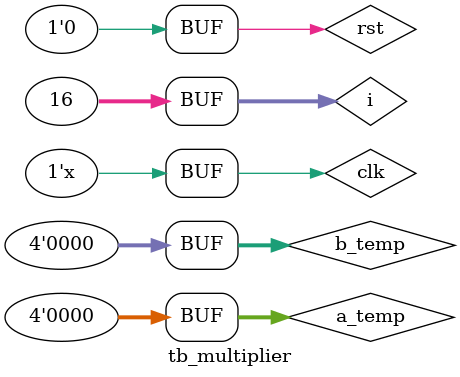
<source format=v>
`timescale 1 ns / 100 ps

module tb_multiplier();

		reg clk, rst;
		reg [3:0] a_temp;
		reg [3:0] b_temp;
		wire [7:0] result_temp;
		integer i;
		
		pipeline u_test(.data_a(a_temp), .data_b(b_temp), .clk(clk), .rst_n(rst), .result(result_temp));
		
		initial begin
			clk = 0;
			rst = 0;
			a_temp = 4'b0000;
			b_temp = 4'b0000;
			#10;
			rst = 1;
			for (i = 0; i <= 15; i = i + 1) begin
				a_temp = a_temp + 1'b1;
				b_temp = b_temp + 1'b1;
				#10;
			end
			#50;
			rst = 0;
		end
		always #5 clk = ~clk;

endmodule
</source>
